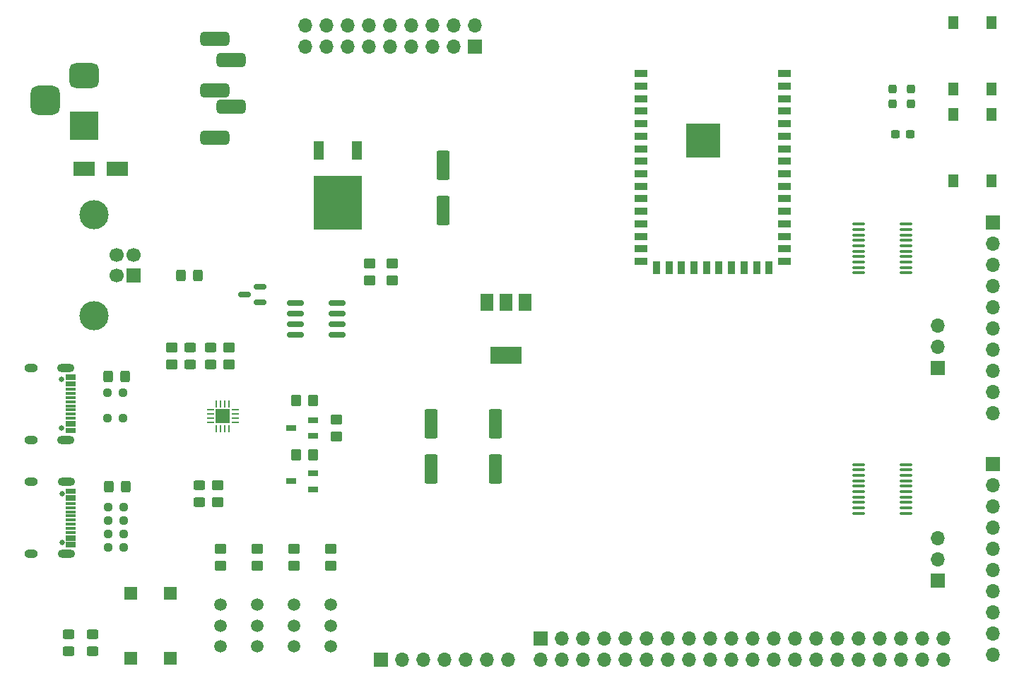
<source format=gbr>
%TF.GenerationSoftware,KiCad,Pcbnew,(6.0.5)*%
%TF.CreationDate,2024-01-23T17:13:34+09:00*%
%TF.ProjectId,ESP32_S2DevelopBoard,45535033-325f-4533-9244-6576656c6f70,rev?*%
%TF.SameCoordinates,Original*%
%TF.FileFunction,Soldermask,Top*%
%TF.FilePolarity,Negative*%
%FSLAX46Y46*%
G04 Gerber Fmt 4.6, Leading zero omitted, Abs format (unit mm)*
G04 Created by KiCad (PCBNEW (6.0.5)) date 2024-01-23 17:13:34*
%MOMM*%
%LPD*%
G01*
G04 APERTURE LIST*
G04 Aperture macros list*
%AMRoundRect*
0 Rectangle with rounded corners*
0 $1 Rounding radius*
0 $2 $3 $4 $5 $6 $7 $8 $9 X,Y pos of 4 corners*
0 Add a 4 corners polygon primitive as box body*
4,1,4,$2,$3,$4,$5,$6,$7,$8,$9,$2,$3,0*
0 Add four circle primitives for the rounded corners*
1,1,$1+$1,$2,$3*
1,1,$1+$1,$4,$5*
1,1,$1+$1,$6,$7*
1,1,$1+$1,$8,$9*
0 Add four rect primitives between the rounded corners*
20,1,$1+$1,$2,$3,$4,$5,0*
20,1,$1+$1,$4,$5,$6,$7,0*
20,1,$1+$1,$6,$7,$8,$9,0*
20,1,$1+$1,$8,$9,$2,$3,0*%
G04 Aperture macros list end*
%ADD10RoundRect,0.250000X0.450000X-0.350000X0.450000X0.350000X-0.450000X0.350000X-0.450000X-0.350000X0*%
%ADD11RoundRect,0.250000X0.325000X0.450000X-0.325000X0.450000X-0.325000X-0.450000X0.325000X-0.450000X0*%
%ADD12RoundRect,0.100000X-0.637500X-0.100000X0.637500X-0.100000X0.637500X0.100000X-0.637500X0.100000X0*%
%ADD13RoundRect,0.250000X-0.450000X0.350000X-0.450000X-0.350000X0.450000X-0.350000X0.450000X0.350000X0*%
%ADD14R,1.700000X1.700000*%
%ADD15O,1.700000X1.700000*%
%ADD16RoundRect,0.250000X0.450000X-0.325000X0.450000X0.325000X-0.450000X0.325000X-0.450000X-0.325000X0*%
%ADD17R,1.500000X1.500000*%
%ADD18C,0.650000*%
%ADD19R,1.150000X0.300000*%
%ADD20O,1.600000X1.000000*%
%ADD21O,2.100000X1.000000*%
%ADD22RoundRect,0.237500X0.300000X0.237500X-0.300000X0.237500X-0.300000X-0.237500X0.300000X-0.237500X0*%
%ADD23RoundRect,0.237500X-0.250000X-0.237500X0.250000X-0.237500X0.250000X0.237500X-0.250000X0.237500X0*%
%ADD24RoundRect,0.250000X-0.450000X0.325000X-0.450000X-0.325000X0.450000X-0.325000X0.450000X0.325000X0*%
%ADD25C,1.500000*%
%ADD26R,1.300000X1.550000*%
%ADD27RoundRect,0.250000X-0.550000X1.500000X-0.550000X-1.500000X0.550000X-1.500000X0.550000X1.500000X0*%
%ADD28RoundRect,0.250000X0.350000X0.450000X-0.350000X0.450000X-0.350000X-0.450000X0.350000X-0.450000X0*%
%ADD29RoundRect,0.237500X-0.237500X0.300000X-0.237500X-0.300000X0.237500X-0.300000X0.237500X0.300000X0*%
%ADD30R,1.220000X0.650000*%
%ADD31R,1.200000X2.200000*%
%ADD32R,5.800000X6.400000*%
%ADD33R,2.500000X1.800000*%
%ADD34C,1.700000*%
%ADD35C,3.500000*%
%ADD36RoundRect,0.425000X1.325000X-0.425000X1.325000X0.425000X-1.325000X0.425000X-1.325000X-0.425000X0*%
%ADD37R,1.500000X0.900000*%
%ADD38R,0.900000X1.500000*%
%ADD39R,4.100000X4.100000*%
%ADD40R,1.500000X2.000000*%
%ADD41R,3.800000X2.000000*%
%ADD42RoundRect,0.150000X0.587500X0.150000X-0.587500X0.150000X-0.587500X-0.150000X0.587500X-0.150000X0*%
%ADD43RoundRect,0.062500X-0.062500X0.325000X-0.062500X-0.325000X0.062500X-0.325000X0.062500X0.325000X0*%
%ADD44RoundRect,0.062500X-0.325000X0.062500X-0.325000X-0.062500X0.325000X-0.062500X0.325000X0.062500X0*%
%ADD45R,1.750000X1.750000*%
%ADD46RoundRect,0.150000X-0.825000X-0.150000X0.825000X-0.150000X0.825000X0.150000X-0.825000X0.150000X0*%
%ADD47R,3.500000X3.500000*%
%ADD48RoundRect,0.750000X-1.000000X0.750000X-1.000000X-0.750000X1.000000X-0.750000X1.000000X0.750000X0*%
%ADD49RoundRect,0.875000X-0.875000X0.875000X-0.875000X-0.875000X0.875000X-0.875000X0.875000X0.875000X0*%
%ADD50RoundRect,0.250000X-0.350000X-0.450000X0.350000X-0.450000X0.350000X0.450000X-0.350000X0.450000X0*%
G04 APERTURE END LIST*
D10*
%TO.C,R18*%
X125775000Y-112890000D03*
X125775000Y-110890000D03*
%TD*%
D11*
%TO.C,D5*%
X100500000Y-105700000D03*
X98450000Y-105700000D03*
%TD*%
D12*
%TO.C,U7*%
X188312500Y-87465000D03*
X188312500Y-88115000D03*
X188312500Y-88765000D03*
X188312500Y-89415000D03*
X188312500Y-90065000D03*
X188312500Y-90715000D03*
X188312500Y-91365000D03*
X188312500Y-92015000D03*
X188312500Y-92665000D03*
X188312500Y-93315000D03*
X194037500Y-93315000D03*
X194037500Y-92665000D03*
X194037500Y-92015000D03*
X194037500Y-91365000D03*
X194037500Y-90715000D03*
X194037500Y-90065000D03*
X194037500Y-89415000D03*
X194037500Y-88765000D03*
X194037500Y-88115000D03*
X194037500Y-87465000D03*
%TD*%
D13*
%TO.C,R20*%
X125075000Y-126390000D03*
X125075000Y-128390000D03*
%TD*%
D14*
%TO.C,J2*%
X204400000Y-116240000D03*
D15*
X204400000Y-118780000D03*
X204400000Y-121320000D03*
X204400000Y-123860000D03*
X204400000Y-126400000D03*
X204400000Y-128940000D03*
X204400000Y-131480000D03*
X204400000Y-134020000D03*
X204400000Y-136560000D03*
X204400000Y-139100000D03*
%TD*%
D16*
%TO.C,D12*%
X108275000Y-104315000D03*
X108275000Y-102265000D03*
%TD*%
D13*
%TO.C,R5*%
X132475000Y-92190000D03*
X132475000Y-94190000D03*
%TD*%
D17*
%TO.C,SW5*%
X101175000Y-131690000D03*
X101175000Y-139490000D03*
%TD*%
D18*
%TO.C,J3*%
X92880000Y-111880000D03*
X92880000Y-106100000D03*
D19*
X93945000Y-105640000D03*
X93945000Y-106440000D03*
X93945000Y-107740000D03*
X93945000Y-108740000D03*
X93945000Y-109240000D03*
X93945000Y-110240000D03*
X93945000Y-111540000D03*
X93945000Y-112340000D03*
X93945000Y-112040000D03*
X93945000Y-111240000D03*
X93945000Y-110740000D03*
X93945000Y-109740000D03*
X93945000Y-108240000D03*
X93945000Y-107240000D03*
X93945000Y-106740000D03*
X93945000Y-105940000D03*
D20*
X89200000Y-104670000D03*
D21*
X93380000Y-104670000D03*
D20*
X89200000Y-113310000D03*
D21*
X93380000Y-113310000D03*
%TD*%
D13*
%TO.C,R16*%
X112875000Y-102290000D03*
X112875000Y-104290000D03*
%TD*%
D22*
%TO.C,C9*%
X194500000Y-76690000D03*
X192775000Y-76690000D03*
%TD*%
D12*
%TO.C,U5*%
X188312500Y-116265000D03*
X188312500Y-116915000D03*
X188312500Y-117565000D03*
X188312500Y-118215000D03*
X188312500Y-118865000D03*
X188312500Y-119515000D03*
X188312500Y-120165000D03*
X188312500Y-120815000D03*
X188312500Y-121465000D03*
X188312500Y-122115000D03*
X194037500Y-122115000D03*
X194037500Y-121465000D03*
X194037500Y-120815000D03*
X194037500Y-120165000D03*
X194037500Y-119515000D03*
X194037500Y-118865000D03*
X194037500Y-118215000D03*
X194037500Y-117565000D03*
X194037500Y-116915000D03*
X194037500Y-116265000D03*
%TD*%
D23*
%TO.C,R10*%
X98437500Y-122990000D03*
X100262500Y-122990000D03*
%TD*%
D24*
%TO.C,D6*%
X109375000Y-118765000D03*
X109375000Y-120815000D03*
%TD*%
D14*
%TO.C,J4*%
X204400000Y-87240000D03*
D15*
X204400000Y-89780000D03*
X204400000Y-92320000D03*
X204400000Y-94860000D03*
X204400000Y-97400000D03*
X204400000Y-99940000D03*
X204400000Y-102480000D03*
X204400000Y-105020000D03*
X204400000Y-107560000D03*
X204400000Y-110100000D03*
%TD*%
D11*
%TO.C,D3*%
X109175000Y-93650000D03*
X107125000Y-93650000D03*
%TD*%
D25*
%TO.C,SW1*%
X111875000Y-133090000D03*
X111875000Y-135590000D03*
X111875000Y-138090000D03*
%TD*%
D13*
%TO.C,R13*%
X116275000Y-126390000D03*
X116275000Y-128390000D03*
%TD*%
D23*
%TO.C,R7*%
X98462500Y-121390000D03*
X100287500Y-121390000D03*
%TD*%
D25*
%TO.C,SW4*%
X125075000Y-133090000D03*
X125075000Y-135590000D03*
X125075000Y-138090000D03*
%TD*%
%TO.C,SW2*%
X116275000Y-133090000D03*
X116275000Y-135590000D03*
X116275000Y-138090000D03*
%TD*%
D14*
%TO.C,J10*%
X197800000Y-130200000D03*
D15*
X197800000Y-127660000D03*
X197800000Y-125120000D03*
%TD*%
D26*
%TO.C,SW8*%
X199725000Y-63315000D03*
X199725000Y-71265000D03*
X204225000Y-71265000D03*
X204225000Y-63315000D03*
%TD*%
D27*
%TO.C,C2*%
X138575000Y-80390000D03*
X138575000Y-85790000D03*
%TD*%
D28*
%TO.C,R14*%
X122975000Y-115090000D03*
X120975000Y-115090000D03*
%TD*%
D29*
%TO.C,C8*%
X192375000Y-71290000D03*
X192375000Y-73015000D03*
%TD*%
D30*
%TO.C,Q2*%
X122985000Y-112840000D03*
X122985000Y-110940000D03*
X120365000Y-111890000D03*
%TD*%
D16*
%TO.C,D7*%
X93650000Y-138675000D03*
X93650000Y-136625000D03*
%TD*%
D31*
%TO.C,U3*%
X128255000Y-78590000D03*
D32*
X125975000Y-84890000D03*
D31*
X123695000Y-78590000D03*
%TD*%
D33*
%TO.C,D1*%
X99575000Y-80790000D03*
X95575000Y-80790000D03*
%TD*%
D27*
%TO.C,C3*%
X144800000Y-111400000D03*
X144800000Y-116800000D03*
%TD*%
D13*
%TO.C,R12*%
X111875000Y-126390000D03*
X111875000Y-128390000D03*
%TD*%
D29*
%TO.C,C7*%
X194575000Y-71290000D03*
X194575000Y-73015000D03*
%TD*%
D14*
%TO.C,J11*%
X131075000Y-139665000D03*
D15*
X133615000Y-139665000D03*
X136155000Y-139665000D03*
X138695000Y-139665000D03*
X141235000Y-139665000D03*
X143775000Y-139665000D03*
X146315000Y-139665000D03*
%TD*%
D14*
%TO.C,J8*%
X101452500Y-93640000D03*
D34*
X101452500Y-91140000D03*
X99452500Y-91140000D03*
X99452500Y-93640000D03*
D35*
X96742500Y-98410000D03*
X96742500Y-86370000D03*
%TD*%
D27*
%TO.C,C4*%
X137100000Y-111400000D03*
X137100000Y-116800000D03*
%TD*%
D36*
%TO.C,U8*%
X111175000Y-65265000D03*
X111175000Y-71415000D03*
X113175000Y-73365000D03*
X111175000Y-77065000D03*
X113175000Y-67765000D03*
%TD*%
D13*
%TO.C,R6*%
X129800000Y-92200000D03*
X129800000Y-94200000D03*
%TD*%
D18*
%TO.C,J6*%
X92895000Y-125580000D03*
X92895000Y-119800000D03*
D19*
X93960000Y-119340000D03*
X93960000Y-120140000D03*
X93960000Y-121440000D03*
X93960000Y-122440000D03*
X93960000Y-122940000D03*
X93960000Y-123940000D03*
X93960000Y-125240000D03*
X93960000Y-126040000D03*
X93960000Y-125740000D03*
X93960000Y-124940000D03*
X93960000Y-124440000D03*
X93960000Y-123440000D03*
X93960000Y-121940000D03*
X93960000Y-120940000D03*
X93960000Y-120440000D03*
X93960000Y-119640000D03*
D21*
X93395000Y-118370000D03*
X93395000Y-127010000D03*
D20*
X89215000Y-118370000D03*
X89215000Y-127010000D03*
%TD*%
D23*
%TO.C,R3*%
X98362500Y-107700000D03*
X100187500Y-107700000D03*
%TD*%
D10*
%TO.C,R11*%
X111575000Y-120790000D03*
X111575000Y-118790000D03*
%TD*%
D23*
%TO.C,R8*%
X98462500Y-126190000D03*
X100287500Y-126190000D03*
%TD*%
D11*
%TO.C,D4*%
X100575000Y-118890000D03*
X98525000Y-118890000D03*
%TD*%
D37*
%TO.C,U4*%
X162250000Y-69415000D03*
X162250000Y-70915000D03*
X162250000Y-72415000D03*
X162250000Y-73915000D03*
X162250000Y-75415000D03*
X162250000Y-76915000D03*
X162250000Y-78415000D03*
X162250000Y-79915000D03*
X162250000Y-81415000D03*
X162250000Y-82915000D03*
X162250000Y-84415000D03*
X162250000Y-85915000D03*
X162250000Y-87415000D03*
X162250000Y-88915000D03*
X162250000Y-90415000D03*
X162250000Y-91915000D03*
D38*
X164125000Y-92665000D03*
X165625000Y-92665000D03*
X167125000Y-92665000D03*
X168625000Y-92665000D03*
X170125000Y-92665000D03*
X171625000Y-92665000D03*
X173125000Y-92665000D03*
X174625000Y-92665000D03*
X176125000Y-92665000D03*
X177625000Y-92665000D03*
D37*
X179475000Y-91915000D03*
X179475000Y-90415000D03*
X179475000Y-88915000D03*
X179475000Y-87415000D03*
X179475000Y-85915000D03*
X179475000Y-84415000D03*
X179475000Y-82915000D03*
X179475000Y-81415000D03*
X179475000Y-79915000D03*
X179475000Y-78415000D03*
X179475000Y-76915000D03*
X179475000Y-75415000D03*
X179475000Y-73915000D03*
X179475000Y-72415000D03*
X179475000Y-70915000D03*
X179475000Y-69415000D03*
D39*
X169685000Y-77455000D03*
%TD*%
D40*
%TO.C,U2*%
X148400000Y-96850000D03*
D41*
X146100000Y-103150000D03*
D40*
X146100000Y-96850000D03*
X143800000Y-96850000D03*
%TD*%
D42*
%TO.C,Q1*%
X116612500Y-96840000D03*
X116612500Y-94940000D03*
X114737500Y-95890000D03*
%TD*%
D13*
%TO.C,R19*%
X120675000Y-126390000D03*
X120675000Y-128390000D03*
%TD*%
D43*
%TO.C,U6*%
X112925000Y-109027500D03*
X112425000Y-109027500D03*
X111925000Y-109027500D03*
X111425000Y-109027500D03*
D44*
X110712500Y-109740000D03*
X110712500Y-110240000D03*
X110712500Y-110740000D03*
X110712500Y-111240000D03*
D43*
X111425000Y-111952500D03*
X111925000Y-111952500D03*
X112425000Y-111952500D03*
X112925000Y-111952500D03*
D44*
X113637500Y-111240000D03*
X113637500Y-110740000D03*
X113637500Y-110240000D03*
X113637500Y-109740000D03*
D45*
X112175000Y-110490000D03*
%TD*%
D46*
%TO.C,U1*%
X120900000Y-96885000D03*
X120900000Y-98155000D03*
X120900000Y-99425000D03*
X120900000Y-100695000D03*
X125850000Y-100695000D03*
X125850000Y-99425000D03*
X125850000Y-98155000D03*
X125850000Y-96885000D03*
%TD*%
D17*
%TO.C,SW6*%
X105875000Y-131690000D03*
X105875000Y-139490000D03*
%TD*%
D47*
%TO.C,J1*%
X95582500Y-75640000D03*
D48*
X95582500Y-69640000D03*
D49*
X90882500Y-72640000D03*
%TD*%
D30*
%TO.C,Q3*%
X122985000Y-119240000D03*
X122985000Y-117340000D03*
X120365000Y-118290000D03*
%TD*%
D25*
%TO.C,SW3*%
X120675000Y-133090000D03*
X120675000Y-135590000D03*
X120675000Y-138090000D03*
%TD*%
D14*
%TO.C,J14*%
X142375000Y-66140000D03*
D15*
X142375000Y-63600000D03*
X139835000Y-66140000D03*
X139835000Y-63600000D03*
X137295000Y-66140000D03*
X137295000Y-63600000D03*
X134755000Y-66140000D03*
X134755000Y-63600000D03*
X132215000Y-66140000D03*
X132215000Y-63600000D03*
X129675000Y-66140000D03*
X129675000Y-63600000D03*
X127135000Y-66140000D03*
X127135000Y-63600000D03*
X124595000Y-66140000D03*
X124595000Y-63600000D03*
X122055000Y-66140000D03*
X122055000Y-63600000D03*
%TD*%
D14*
%TO.C,J5*%
X150275000Y-137100000D03*
D15*
X150275000Y-139640000D03*
X152815000Y-137100000D03*
X152815000Y-139640000D03*
X155355000Y-137100000D03*
X155355000Y-139640000D03*
X157895000Y-137100000D03*
X157895000Y-139640000D03*
X160435000Y-137100000D03*
X160435000Y-139640000D03*
X162975000Y-137100000D03*
X162975000Y-139640000D03*
X165515000Y-137100000D03*
X165515000Y-139640000D03*
X168055000Y-137100000D03*
X168055000Y-139640000D03*
X170595000Y-137100000D03*
X170595000Y-139640000D03*
X173135000Y-137100000D03*
X173135000Y-139640000D03*
X175675000Y-137100000D03*
X175675000Y-139640000D03*
X178215000Y-137100000D03*
X178215000Y-139640000D03*
X180755000Y-137100000D03*
X180755000Y-139640000D03*
X183295000Y-137100000D03*
X183295000Y-139640000D03*
X185835000Y-137100000D03*
X185835000Y-139640000D03*
X188375000Y-137100000D03*
X188375000Y-139640000D03*
X190915000Y-137100000D03*
X190915000Y-139640000D03*
X193455000Y-137100000D03*
X193455000Y-139640000D03*
X195995000Y-137100000D03*
X195995000Y-139640000D03*
X198535000Y-137100000D03*
X198535000Y-139640000D03*
%TD*%
D50*
%TO.C,R15*%
X120975000Y-108590000D03*
X122975000Y-108590000D03*
%TD*%
D23*
%TO.C,R9*%
X98450000Y-124590000D03*
X100275000Y-124590000D03*
%TD*%
D13*
%TO.C,R17*%
X106075000Y-102290000D03*
X106075000Y-104290000D03*
%TD*%
D23*
%TO.C,R4*%
X98362500Y-110700000D03*
X100187500Y-110700000D03*
%TD*%
D14*
%TO.C,J13*%
X197800000Y-104690000D03*
D15*
X197800000Y-102150000D03*
X197800000Y-99610000D03*
%TD*%
D16*
%TO.C,D8*%
X96600000Y-138675000D03*
X96600000Y-136625000D03*
%TD*%
D26*
%TO.C,SW7*%
X199725000Y-82265000D03*
X199725000Y-74315000D03*
X204225000Y-74315000D03*
X204225000Y-82265000D03*
%TD*%
D16*
%TO.C,D11*%
X110675000Y-104315000D03*
X110675000Y-102265000D03*
%TD*%
M02*

</source>
